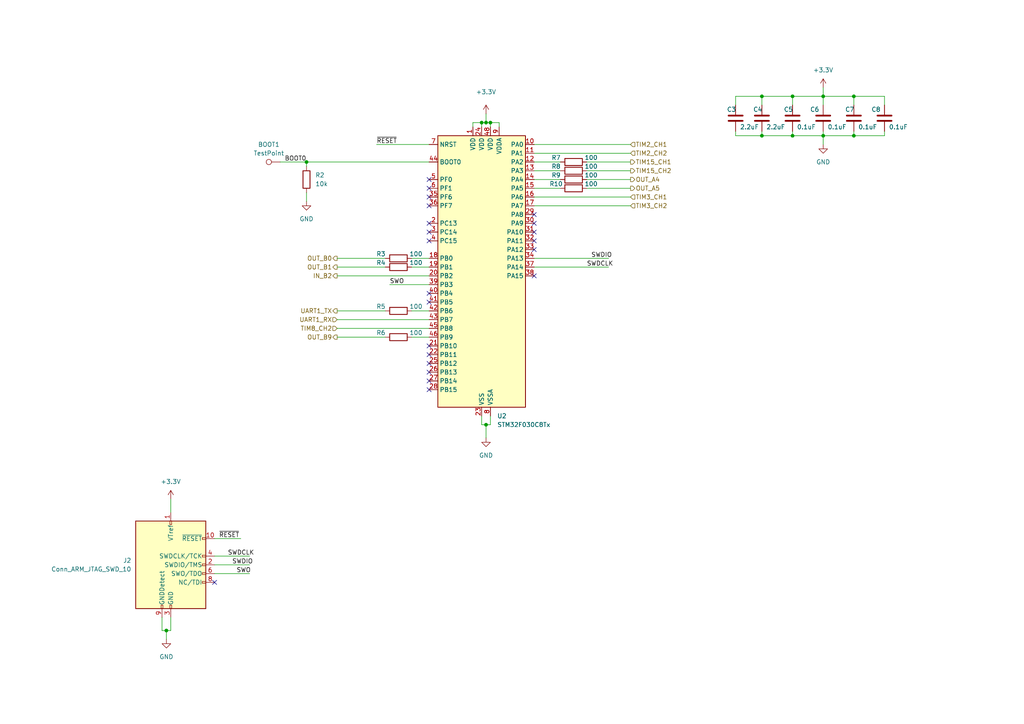
<source format=kicad_sch>
(kicad_sch (version 20230121) (generator eeschema)
  (paper "A4")
  (lib_symbols
    (symbol "Connector:Conn_ARM_JTAG_SWD_10" (pin_names (offset 1.016))
      (property "Reference" "J" (at -2.54 16.51 0))
      (property "Value" "Conn_ARM_JTAG_SWD_10" (at -2.54 13.97 0))
      (symbol "Conn_ARM_JTAG_SWD_10_0_1"
        (rectangle (start -10.16 12.7) (end 10.16 -12.7) (stroke (width 0.254)) (fill (type background)))
        (rectangle (start -2.794 -12.7) (end -2.286 -11.684))
        (rectangle (start -0.254 -12.7) (end 0.254 -11.684))
        (rectangle (start -0.254 12.7) (end 0.254 11.684))
        (rectangle (start 9.144 2.286) (end 10.16 2.794))
        (rectangle (start 10.16 -2.794) (end 9.144 -2.286))
        (rectangle (start 10.16 -0.254) (end 9.144 0.254))
        (rectangle (start 10.16 7.874) (end 9.144 7.366))
      )
      (symbol "Conn_ARM_JTAG_SWD_10_1_1"
        (rectangle (start 9.144 -5.334) (end 10.16 -4.826))
        (pin power_in line (at 0 15.24 270) (length 2.54) (name "VTref") (number "1"))
        (pin open_collector line (at 12.7 7.62 180) (length 2.54) (name "~{RESET}") (number "10"))
        (pin bidirectional line (at 12.7 0 180) (length 2.54) (name "SWDIO/TMS") (number "2"))
        (pin power_in line (at 0 -15.24 90) (length 2.54) (name "GND") (number "3"))
        (pin output line (at 12.7 2.54 180) (length 2.54) (name "SWDCLK/TCK") (number "4"))
        (pin passive line (at 0 -15.24 90) (length 2.54) hide (name "GND") (number "5"))
        (pin input line (at 12.7 -2.54 180) (length 2.54) (name "SWO/TDO") (number "6"))
        (pin no_connect line (at -10.16 0 0) (length 2.54) hide (name "KEY") (number "7"))
        (pin output line (at 12.7 -5.08 180) (length 2.54) (name "NC/TDI") (number "8"))
        (pin passive line (at -2.54 -15.24 90) (length 2.54) (name "GNDDetect") (number "9"))
      )
    )
    (symbol "Connector:TestPoint" (pin_numbers hide) (pin_names (offset 0.762) hide)
      (property "Reference" "TP" (at 0 6.858 0))
      (property "Value" "TestPoint" (at 0 5.08 0))
      (symbol "TestPoint_0_1"
        (circle (center 0 3.302) (radius 0.762))
      )
      (symbol "TestPoint_1_1"
        (pin passive line (at 0 0 90) (length 2.54) (name "1") (number "1"))
      )
    )
    (symbol "Device:C" (pin_numbers hide) (pin_names (offset 0.254))
      (property "Reference" "C" (at 0.635 2.54 0))
      (property "Value" "C" (at 0.635 -2.54 0))
      (symbol "C_0_1"
        (polyline (pts (xy -2.032 -0.762) (xy 2.032 -0.762)) (stroke (width 0.508)))
        (polyline (pts (xy -2.032 0.762) (xy 2.032 0.762)) (stroke (width 0.508)))
      )
      (symbol "C_1_1"
        (pin passive line (at 0 3.81 270) (length 2.794) (name "~") (number "1"))
        (pin passive line (at 0 -3.81 90) (length 2.794) (name "~") (number "2"))
      )
    )
    (symbol "Device:R" (pin_numbers hide) (pin_names (offset 0))
      (property "Reference" "R" (at 2.032 0 90))
      (property "Value" "R" (at 0 0 90))
      (symbol "R_0_1"
        (rectangle (start -1.016 -2.54) (end 1.016 2.54) (stroke (width 0.254)))
      )
      (symbol "R_1_1"
        (pin passive line (at 0 3.81 270) (length 1.27) (name "~") (number "1"))
        (pin passive line (at 0 -3.81 90) (length 1.27) (name "~") (number "2"))
      )
    )
    (symbol "MCU_ST_STM32F0:STM32F030C8Tx"
      (property "Reference" "U" (at -12.7 41.91 0))
      (property "Value" "STM32F030C8Tx" (at 7.62 41.91 0))
      (symbol "STM32F030C8Tx_0_1"
        (rectangle (start -12.7 -38.1) (end 12.7 40.64) (stroke (width 0.254)) (fill (type background)))
      )
      (symbol "STM32F030C8Tx_1_1"
        (pin power_in line (at -2.54 43.18 270) (length 2.54) (name "VDD") (number "1"))
        (pin bidirectional line (at 15.24 38.1 180) (length 2.54) (name "PA0") (number "10"))
        (pin bidirectional line (at 15.24 35.56 180) (length 2.54) (name "PA1") (number "11"))
        (pin bidirectional line (at 15.24 33.02 180) (length 2.54) (name "PA2") (number "12"))
        (pin bidirectional line (at 15.24 30.48 180) (length 2.54) (name "PA3") (number "13"))
        (pin bidirectional line (at 15.24 27.94 180) (length 2.54) (name "PA4") (number "14"))
        (pin bidirectional line (at 15.24 25.4 180) (length 2.54) (name "PA5") (number "15"))
        (pin bidirectional line (at 15.24 22.86 180) (length 2.54) (name "PA6") (number "16"))
        (pin bidirectional line (at 15.24 20.32 180) (length 2.54) (name "PA7") (number "17"))
        (pin bidirectional line (at -15.24 5.08 0) (length 2.54) (name "PB0") (number "18"))
        (pin bidirectional line (at -15.24 2.54 0) (length 2.54) (name "PB1") (number "19"))
        (pin bidirectional line (at -15.24 15.24 0) (length 2.54) (name "PC13") (number "2"))
        (pin bidirectional line (at -15.24 0 0) (length 2.54) (name "PB2") (number "20"))
        (pin bidirectional line (at -15.24 -20.32 0) (length 2.54) (name "PB10") (number "21"))
        (pin bidirectional line (at -15.24 -22.86 0) (length 2.54) (name "PB11") (number "22"))
        (pin power_in line (at 0 -40.64 90) (length 2.54) (name "VSS") (number "23"))
        (pin power_in line (at 0 43.18 270) (length 2.54) (name "VDD") (number "24"))
        (pin bidirectional line (at -15.24 -25.4 0) (length 2.54) (name "PB12") (number "25"))
        (pin bidirectional line (at -15.24 -27.94 0) (length 2.54) (name "PB13") (number "26"))
        (pin bidirectional line (at -15.24 -30.48 0) (length 2.54) (name "PB14") (number "27"))
        (pin bidirectional line (at -15.24 -33.02 0) (length 2.54) (name "PB15") (number "28"))
        (pin bidirectional line (at 15.24 17.78 180) (length 2.54) (name "PA8") (number "29"))
        (pin bidirectional line (at -15.24 12.7 0) (length 2.54) (name "PC14") (number "3"))
        (pin bidirectional line (at 15.24 15.24 180) (length 2.54) (name "PA9") (number "30"))
        (pin bidirectional line (at 15.24 12.7 180) (length 2.54) (name "PA10") (number "31"))
        (pin bidirectional line (at 15.24 10.16 180) (length 2.54) (name "PA11") (number "32"))
        (pin bidirectional line (at 15.24 7.62 180) (length 2.54) (name "PA12") (number "33"))
        (pin bidirectional line (at 15.24 5.08 180) (length 2.54) (name "PA13") (number "34"))
        (pin bidirectional line (at -15.24 22.86 0) (length 2.54) (name "PF6") (number "35"))
        (pin bidirectional line (at -15.24 20.32 0) (length 2.54) (name "PF7") (number "36"))
        (pin bidirectional line (at 15.24 2.54 180) (length 2.54) (name "PA14") (number "37"))
        (pin bidirectional line (at 15.24 0 180) (length 2.54) (name "PA15") (number "38"))
        (pin bidirectional line (at -15.24 -2.54 0) (length 2.54) (name "PB3") (number "39"))
        (pin bidirectional line (at -15.24 10.16 0) (length 2.54) (name "PC15") (number "4"))
        (pin bidirectional line (at -15.24 -5.08 0) (length 2.54) (name "PB4") (number "40"))
        (pin bidirectional line (at -15.24 -7.62 0) (length 2.54) (name "PB5") (number "41"))
        (pin bidirectional line (at -15.24 -10.16 0) (length 2.54) (name "PB6") (number "42"))
        (pin bidirectional line (at -15.24 -12.7 0) (length 2.54) (name "PB7") (number "43"))
        (pin input line (at -15.24 33.02 0) (length 2.54) (name "BOOT0") (number "44"))
        (pin bidirectional line (at -15.24 -15.24 0) (length 2.54) (name "PB8") (number "45"))
        (pin bidirectional line (at -15.24 -17.78 0) (length 2.54) (name "PB9") (number "46"))
        (pin passive line (at 0 -40.64 90) (length 2.54) hide (name "VSS") (number "47"))
        (pin power_in line (at 2.54 43.18 270) (length 2.54) (name "VDD") (number "48"))
        (pin bidirectional line (at -15.24 27.94 0) (length 2.54) (name "PF0") (number "5"))
        (pin bidirectional line (at -15.24 25.4 0) (length 2.54) (name "PF1") (number "6"))
        (pin input line (at -15.24 38.1 0) (length 2.54) (name "NRST") (number "7"))
        (pin power_in line (at 2.54 -40.64 90) (length 2.54) (name "VSSA") (number "8"))
        (pin power_in line (at 5.08 43.18 270) (length 2.54) (name "VDDA") (number "9"))
      )
    )
    (symbol "power:+3.3V" (power) (pin_names (offset 0))
      (property "Value" "+3.3V" (at 0 3.556 0))
      (symbol "+3.3V_0_1"
        (polyline (pts (xy -0.762 1.27) (xy 0 2.54)))
        (polyline (pts (xy 0 0) (xy 0 2.54)))
        (polyline (pts (xy 0 2.54) (xy 0.762 1.27)))
      )
      (symbol "+3.3V_1_1"
        (pin power_in line (at 0 0 90) (length 0) hide (name "+3.3V") (number "1"))
      )
    )
    (symbol "power:GND" (power) (pin_names (offset 0))
      (property "Value" "GND" (at 0 -3.81 0))
      (symbol "GND_0_1"
        (polyline (pts (xy 0 0) (xy 0 -1.27) (xy 1.27 -1.27) (xy 0 -2.54) (xy -1.27 -1.27) (xy 0 -1.27)))
      )
      (symbol "GND_1_1"
        (pin power_in line (at 0 0 270) (length 0) hide (name "GND") (number "1"))
      )
    )
  )
  (junction (at 247.65 27.94))
  (junction (at 140.97 123.19))
  (junction (at 142.24 35.56))
  (junction (at 229.87 27.94))
  (junction (at 220.98 27.94))
  (junction (at 48.26 182.88))
  (junction (at 139.7 35.56))
  (junction (at 238.76 39.37))
  (junction (at 229.87 39.37))
  (junction (at 220.98 39.37))
  (junction (at 238.76 27.94))
  (junction (at 140.97 35.56))
  (junction (at 247.65 39.37))
  (junction (at 88.9 46.99))
  (no_connect (at 124.46 69.85))
  (no_connect (at 154.94 62.23))
  (no_connect (at 124.46 105.41))
  (no_connect (at 124.46 102.87))
  (no_connect (at 154.94 80.01))
  (no_connect (at 124.46 54.61))
  (no_connect (at 124.46 57.15))
  (no_connect (at 124.46 110.49))
  (no_connect (at 124.46 85.09))
  (no_connect (at 154.94 69.85))
  (no_connect (at 124.46 52.07))
  (no_connect (at 154.94 67.31))
  (no_connect (at 124.46 64.77))
  (no_connect (at 154.94 64.77))
  (no_connect (at 124.46 67.31))
  (no_connect (at 124.46 59.69))
  (no_connect (at 124.46 107.95))
  (no_connect (at 154.94 72.39))
  (no_connect (at 124.46 87.63))
  (no_connect (at 124.46 100.33))
  (no_connect (at 62.23 168.91))
  (no_connect (at 124.46 113.03))
  (wire (pts (xy 140.97 123.19) (xy 140.97 127)))
  (wire (pts (xy 137.16 36.83) (xy 137.16 35.56)))
  (wire (pts (xy 49.53 144.78) (xy 49.53 148.59)))
  (wire (pts (xy 154.94 57.15) (xy 182.88 57.15)))
  (wire (pts (xy 88.9 46.99) (xy 88.9 48.26)))
  (wire (pts (xy 154.94 59.69) (xy 182.88 59.69)))
  (wire (pts (xy 170.18 52.07) (xy 182.88 52.07)))
  (wire (pts (xy 137.16 35.56) (xy 139.7 35.56)))
  (wire (pts (xy 213.36 39.37) (xy 220.98 39.37)))
  (wire (pts (xy 62.23 161.29) (xy 72.39 161.29)))
  (wire (pts (xy 154.94 41.91) (xy 182.88 41.91)))
  (wire (pts (xy 220.98 38.1) (xy 220.98 39.37)))
  (wire (pts (xy 220.98 27.94) (xy 229.87 27.94)))
  (wire (pts (xy 247.65 38.1) (xy 247.65 39.37)))
  (wire (pts (xy 256.54 30.48) (xy 256.54 27.94)))
  (wire (pts (xy 97.79 80.01) (xy 124.46 80.01)))
  (wire (pts (xy 88.9 55.88) (xy 88.9 58.42)))
  (wire (pts (xy 256.54 38.1) (xy 256.54 39.37)))
  (wire (pts (xy 154.94 49.53) (xy 162.56 49.53)))
  (wire (pts (xy 119.38 74.93) (xy 124.46 74.93)))
  (wire (pts (xy 140.97 35.56) (xy 139.7 35.56)))
  (wire (pts (xy 97.79 74.93) (xy 111.76 74.93)))
  (wire (pts (xy 144.78 35.56) (xy 142.24 35.56)))
  (wire (pts (xy 229.87 27.94) (xy 238.76 27.94)))
  (wire (pts (xy 170.18 49.53) (xy 182.88 49.53)))
  (wire (pts (xy 154.94 54.61) (xy 162.56 54.61)))
  (wire (pts (xy 139.7 123.19) (xy 140.97 123.19)))
  (wire (pts (xy 154.94 46.99) (xy 162.56 46.99)))
  (wire (pts (xy 238.76 39.37) (xy 238.76 41.91)))
  (wire (pts (xy 256.54 27.94) (xy 247.65 27.94)))
  (wire (pts (xy 88.9 46.99) (xy 124.46 46.99)))
  (wire (pts (xy 62.23 166.37) (xy 72.39 166.37)))
  (wire (pts (xy 81.28 46.99) (xy 88.9 46.99)))
  (wire (pts (xy 229.87 30.48) (xy 229.87 27.94)))
  (wire (pts (xy 229.87 39.37) (xy 238.76 39.37)))
  (wire (pts (xy 154.94 52.07) (xy 162.56 52.07)))
  (wire (pts (xy 97.79 97.79) (xy 111.76 97.79)))
  (wire (pts (xy 97.79 92.71) (xy 124.46 92.71)))
  (wire (pts (xy 213.36 38.1) (xy 213.36 39.37)))
  (wire (pts (xy 46.99 179.07) (xy 46.99 182.88)))
  (wire (pts (xy 220.98 39.37) (xy 229.87 39.37)))
  (wire (pts (xy 97.79 90.17) (xy 111.76 90.17)))
  (wire (pts (xy 97.79 77.47) (xy 111.76 77.47)))
  (wire (pts (xy 213.36 27.94) (xy 220.98 27.94)))
  (wire (pts (xy 48.26 182.88) (xy 48.26 185.42)))
  (wire (pts (xy 46.99 182.88) (xy 48.26 182.88)))
  (wire (pts (xy 256.54 39.37) (xy 247.65 39.37)))
  (wire (pts (xy 154.94 77.47) (xy 176.53 77.47)))
  (wire (pts (xy 238.76 27.94) (xy 238.76 30.48)))
  (wire (pts (xy 113.03 82.55) (xy 124.46 82.55)))
  (wire (pts (xy 220.98 30.48) (xy 220.98 27.94)))
  (wire (pts (xy 119.38 90.17) (xy 124.46 90.17)))
  (wire (pts (xy 97.79 95.25) (xy 124.46 95.25)))
  (wire (pts (xy 139.7 35.56) (xy 139.7 36.83)))
  (wire (pts (xy 119.38 77.47) (xy 124.46 77.47)))
  (wire (pts (xy 142.24 123.19) (xy 140.97 123.19)))
  (wire (pts (xy 119.38 97.79) (xy 124.46 97.79)))
  (wire (pts (xy 49.53 179.07) (xy 49.53 182.88)))
  (wire (pts (xy 139.7 120.65) (xy 139.7 123.19)))
  (wire (pts (xy 144.78 36.83) (xy 144.78 35.56)))
  (wire (pts (xy 140.97 33.02) (xy 140.97 35.56)))
  (wire (pts (xy 154.94 74.93) (xy 176.53 74.93)))
  (wire (pts (xy 142.24 35.56) (xy 140.97 35.56)))
  (wire (pts (xy 238.76 38.1) (xy 238.76 39.37)))
  (wire (pts (xy 238.76 25.4) (xy 238.76 27.94)))
  (wire (pts (xy 229.87 38.1) (xy 229.87 39.37)))
  (wire (pts (xy 170.18 46.99) (xy 182.88 46.99)))
  (wire (pts (xy 109.22 41.91) (xy 124.46 41.91)))
  (wire (pts (xy 154.94 44.45) (xy 182.88 44.45)))
  (wire (pts (xy 170.18 54.61) (xy 182.88 54.61)))
  (wire (pts (xy 247.65 39.37) (xy 238.76 39.37)))
  (wire (pts (xy 62.23 163.83) (xy 72.39 163.83)))
  (wire (pts (xy 247.65 27.94) (xy 238.76 27.94)))
  (wire (pts (xy 62.23 156.21) (xy 69.85 156.21)))
  (wire (pts (xy 247.65 30.48) (xy 247.65 27.94)))
  (wire (pts (xy 213.36 30.48) (xy 213.36 27.94)))
  (wire (pts (xy 142.24 120.65) (xy 142.24 123.19)))
  (wire (pts (xy 49.53 182.88) (xy 48.26 182.88)))
  (wire (pts (xy 142.24 36.83) (xy 142.24 35.56)))
  (label "SWDCLK" (at 170.18 77.47 0))
  (label "SWDIO" (at 67.31 163.83 0))
  (label "SWDCLK" (at 66.04 161.29 0))
  (label "~{RESET}" (at 109.22 41.91 0))
  (label "SWO" (at 113.03 82.55 0))
  (label "SWO" (at 68.58 166.37 0))
  (label "SWDIO" (at 171.45 74.93 0))
  (label "BOOT0" (at 82.55 46.99 0))
  (label "~{RESET}" (at 63.5 156.21 0))
  (hierarchical_label "UART1_RX" (shape input) (at 97.79 92.71 180))
  (hierarchical_label "TIM3_CH1" (shape input) (at 182.88 57.15 0))
  (hierarchical_label "OUT_B9" (shape output) (at 97.79 97.79 180))
  (hierarchical_label "TIM2_CH2" (shape input) (at 182.88 44.45 0))
  (hierarchical_label "UART1_TX" (shape output) (at 97.79 90.17 180))
  (hierarchical_label "IN_B2" (shape output) (at 97.79 80.01 180))
  (hierarchical_label "TIM15_CH1" (shape output) (at 182.88 46.99 0))
  (hierarchical_label "TIM8_CH2" (shape input) (at 97.79 95.25 180))
  (hierarchical_label "TIM2_CH1" (shape input) (at 182.88 41.91 0))
  (hierarchical_label "OUT_A4" (shape output) (at 182.88 52.07 0))
  (hierarchical_label "OUT_B1" (shape output) (at 97.79 77.47 180))
  (hierarchical_label "OUT_A5" (shape output) (at 182.88 54.61 0))
  (hierarchical_label "OUT_B0" (shape output) (at 97.79 74.93 180))
  (hierarchical_label "TIM15_CH2" (shape output) (at 182.88 49.53 0))
  (hierarchical_label "TIM3_CH2" (shape input) (at 182.88 59.69 0))
  (symbol (lib_id "Device:R") (at 88.9 52.07 0) (unit 1)
    (property "Reference" "R2" (at 91.44 50.8 0) (effects (justify left)))
    (property "Value" "10k" (at 91.44 53.34 0) (effects (justify left)))
    (property "Footprint" "Resistor_SMD:R_0603_1608Metric" (effects hide))
  )
  (symbol (lib_id "Device:C") (at 213.36 34.29 0) (unit 1)
    (property "Reference" "C3" (at 210.82 31.75 0) (effects (justify left)))
    (property "Value" "2.2uF" (at 214.63 36.83 0) (effects (justify left)))
    (property "Footprint" "Capacitor_SMD:C_0603_1608Metric" (effects hide))
  )
  (symbol (lib_id "power:GND") (at 48.26 185.42 0) (unit 1)
    (property "Reference" "#PWR06" (effects hide))
    (property "Value" "GND" (at 48.26 190.5 0))
  )
  (symbol (lib_id "Device:C") (at 229.87 34.29 0) (unit 1)
    (property "Reference" "C5" (at 227.33 31.75 0) (effects (justify left)))
    (property "Value" "0.1uF" (at 231.14 36.83 0) (effects (justify left)))
    (property "Footprint" "Capacitor_SMD:C_0603_1608Metric" (effects hide))
  )
  (symbol (lib_id "Connector:TestPoint") (at 81.28 46.99 90) (unit 1)
    (property "Reference" "BOOT1" (at 77.978 41.91 90))
    (property "Value" "TestPoint" (at 77.978 44.45 90))
    (property "Footprint" "TestPoint:TestPoint_Pad_D1.5mm" (effects hide))
  )
  (symbol (lib_id "Device:R") (at 115.57 77.47 90) (unit 1)
    (property "Reference" "R4" (at 110.49 76.2 90))
    (property "Value" "100" (at 120.65 76.2 90))
    (property "Footprint" "Resistor_SMD:R_0603_1608Metric" (effects hide))
  )
  (symbol (lib_id "power:GND") (at 238.76 41.91 0) (unit 1)
    (property "Reference" "#PWR012" (effects hide))
    (property "Value" "GND" (at 238.76 46.99 0))
  )
  (symbol (lib_id "Connector:Conn_ARM_JTAG_SWD_10") (at 49.53 163.83 0) (unit 1)
    (property "Reference" "J2" (at 38.1 162.56 0) (effects (justify right)))
    (property "Value" "Conn_ARM_JTAG_SWD_10" (at 38.1 165.1 0) (effects (justify right)))
    (property "Footprint" "Connector_PinHeader_1.27mm:PinHeader_2x05_P1.27mm_Vertical" (effects hide))
    (property "Datasheet" "http://infocenter.arm.com/help/topic/com.arm.doc.ddi0314h/DDI0314H_coresight_components_trm.pdf" (effects hide))
  )
  (symbol (lib_id "Device:R") (at 166.37 54.61 90) (unit 1)
    (property "Reference" "R10" (at 161.29 53.34 90))
    (property "Value" "100" (at 171.45 53.34 90))
    (property "Footprint" "Resistor_SMD:R_0603_1608Metric" (effects hide))
  )
  (symbol (lib_id "Device:R") (at 115.57 74.93 90) (unit 1)
    (property "Reference" "R3" (at 110.49 73.66 90))
    (property "Value" "100" (at 120.65 73.66 90))
    (property "Footprint" "Resistor_SMD:R_0603_1608Metric" (effects hide))
  )
  (symbol (lib_id "Device:R") (at 115.57 90.17 90) (unit 1)
    (property "Reference" "R5" (at 110.49 88.9 90))
    (property "Value" "100" (at 120.65 88.9 90))
    (property "Footprint" "Resistor_SMD:R_0603_1608Metric" (effects hide))
  )
  (symbol (lib_id "Device:R") (at 166.37 46.99 90) (unit 1)
    (property "Reference" "R7" (at 161.29 45.72 90))
    (property "Value" "100" (at 171.45 45.72 90))
    (property "Footprint" "Resistor_SMD:R_0603_1608Metric" (effects hide))
  )
  (symbol (lib_id "MCU_ST_STM32F0:STM32F030C8Tx") (at 139.7 80.01 0) (unit 1)
    (property "Reference" "U2" (at 144.1959 120.65 0) (effects (justify left)))
    (property "Value" "STM32F030C8Tx" (at 144.1959 123.19 0) (effects (justify left)))
    (property "Footprint" "Package_QFP:LQFP-48_7x7mm_P0.5mm" (effects hide))
    (property "Datasheet" "https://www.st.com/resource/en/datasheet/stm32f030c8.pdf" (effects hide))
  )
  (symbol (lib_id "Device:R") (at 115.57 97.79 90) (unit 1)
    (property "Reference" "R6" (at 110.49 96.52 90))
    (property "Value" "100" (at 120.65 96.52 90))
    (property "Footprint" "Resistor_SMD:R_0603_1608Metric" (effects hide))
  )
  (symbol (lib_id "power:+3.3V") (at 238.76 25.4 0) (unit 1)
    (property "Reference" "#PWR011" (effects hide))
    (property "Value" "+3.3V" (at 238.76 20.32 0))
  )
  (symbol (lib_id "Device:R") (at 166.37 49.53 90) (unit 1)
    (property "Reference" "R8" (at 161.29 48.26 90))
    (property "Value" "100" (at 171.45 48.26 90))
    (property "Footprint" "Resistor_SMD:R_0603_1608Metric" (effects hide))
  )
  (symbol (lib_id "Device:C") (at 247.65 34.29 0) (unit 1)
    (property "Reference" "C7" (at 245.11 31.75 0) (effects (justify left)))
    (property "Value" "0.1uF" (at 248.92 36.83 0) (effects (justify left)))
    (property "Footprint" "Capacitor_SMD:C_0603_1608Metric" (effects hide))
  )
  (symbol (lib_id "Device:C") (at 256.54 34.29 0) (unit 1)
    (property "Reference" "C8" (at 252.73 31.75 0) (effects (justify left)))
    (property "Value" "0.1uF" (at 257.81 36.83 0) (effects (justify left)))
    (property "Footprint" "Capacitor_SMD:C_0603_1608Metric" (effects hide))
  )
  (symbol (lib_id "power:+3.3V") (at 140.97 33.02 0) (unit 1)
    (property "Reference" "#PWR09" (effects hide))
    (property "Value" "+3.3V" (at 140.97 26.67 0))
  )
  (symbol (lib_id "Device:C") (at 238.76 34.29 0) (unit 1)
    (property "Reference" "C6" (at 234.95 31.75 0) (effects (justify left)))
    (property "Value" "0.1uF" (at 240.03 36.83 0) (effects (justify left)))
    (property "Footprint" "Capacitor_SMD:C_0603_1608Metric" (effects hide))
  )
  (symbol (lib_id "power:GND") (at 88.9 58.42 0) (unit 1)
    (property "Reference" "#PWR08" (effects hide))
    (property "Value" "GND" (at 88.9 63.5 0))
  )
  (symbol (lib_id "power:+3.3V") (at 49.53 144.78 0) (unit 1)
    (property "Reference" "#PWR07" (effects hide))
    (property "Value" "+3.3V" (at 49.53 139.7 0))
  )
  (symbol (lib_id "Device:R") (at 166.37 52.07 90) (unit 1)
    (property "Reference" "R9" (at 161.29 50.8 90))
    (property "Value" "100" (at 171.45 50.8 90))
    (property "Footprint" "Resistor_SMD:R_0603_1608Metric" (effects hide))
  )
  (symbol (lib_id "power:GND") (at 140.97 127 0) (unit 1)
    (property "Reference" "#PWR010" (effects hide))
    (property "Value" "GND" (at 140.97 132.08 0))
  )
  (symbol (lib_id "Device:C") (at 220.98 34.29 0) (unit 1)
    (property "Reference" "C4" (at 218.44 31.75 0) (effects (justify left)))
    (property "Value" "2.2uF" (at 222.25 36.83 0) (effects (justify left)))
    (property "Footprint" "Capacitor_SMD:C_0603_1608Metric" (effects hide))
  )
)
</source>
